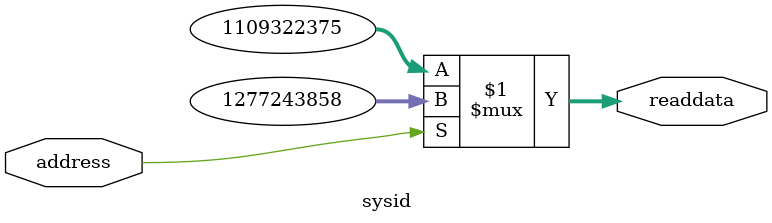
<source format=v>

`timescale 1ns / 1ps
// synthesis translate_on

// turn off superfluous verilog processor warnings 
// altera message_level Level1 
// altera message_off 10034 10035 10036 10037 10230 10240 10030 

module sysid (
               // inputs:
                address,

               // outputs:
                readdata
             )
;

  output  [ 31: 0] readdata;
  input            address;

  wire    [ 31: 0] readdata;
  //control_slave, which is an e_avalon_slave
  assign readdata = address ? 1277243858 : 1109322375;

endmodule


</source>
